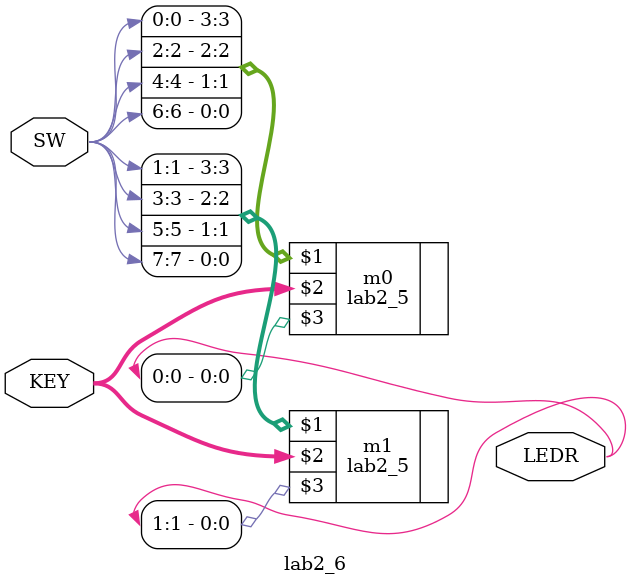
<source format=v>
module lab2_6 (SW,KEY,LEDR);
  input [7:0]SW;
  input [1:0] KEY;
  output [1:0] LEDR;   
 
 lab2_5 m0({SW[0],SW[2],SW[4],SW[6]},KEY,LEDR[0]); 
 lab2_5 m1({SW[1],SW[3],SW[5],SW[7]},KEY,LEDR[1]); 
 
endmodule 
</source>
